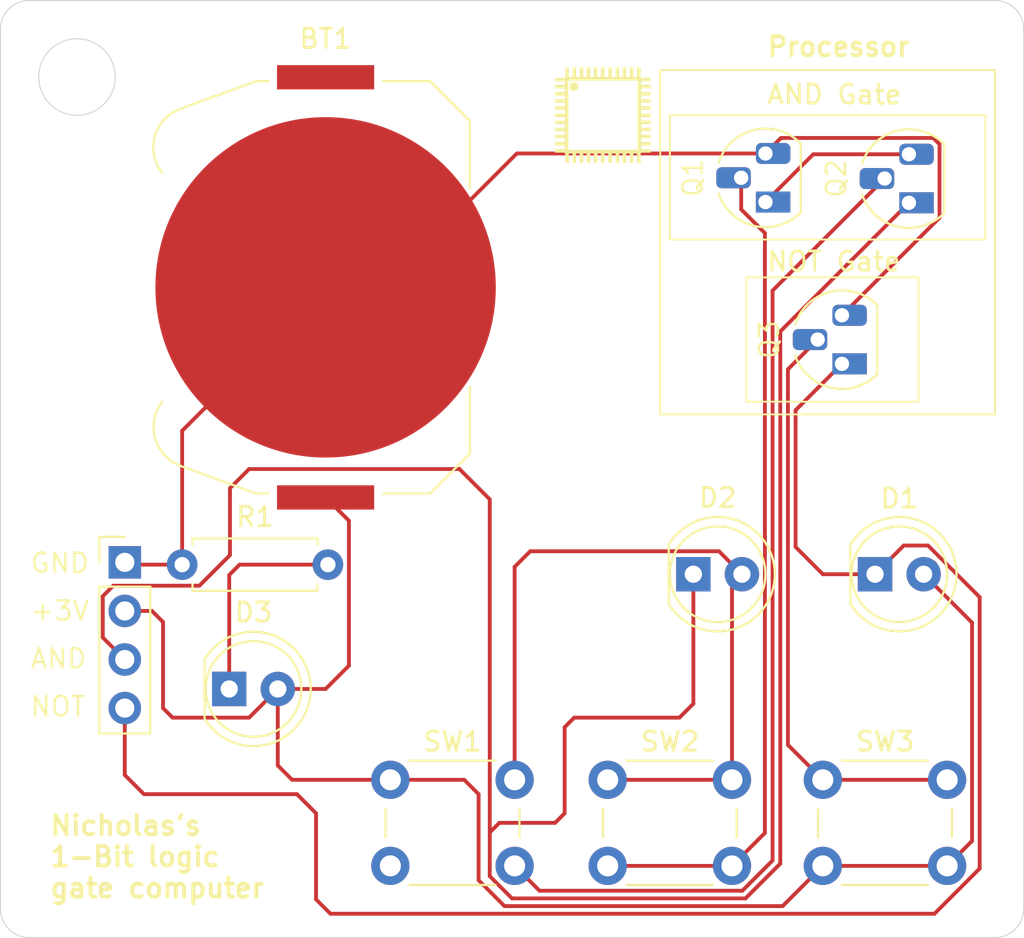
<source format=kicad_pcb>
(kicad_pcb (version 20241229) (generator "pcbnew") (generator_version "9.0")
  (layers (0 "F.Cu" signal) (2 "B.Cu" signal) (13 "F.Paste" user) (15 "B.Paste" user) (5 "F.SilkS" user "F.Silkscreen") (7 "B.SilkS" user "B.Silkscreen") (1 "F.Mask" user) (3 "B.Mask" user) (25 "Edge.Cuts" user))
  (net 0 "")
  (net 1 "Net-(BT1--)")
  (net 2 "Net-(BT1-+)")
  (net 3 "Net-(D1-K)")
  (net 4 "Net-(D2-K)")
  (net 5 "Net-(Q1-B)")
  (net 6 "Net-(Q1-C)")
  (net 7 "Net-(Q2-B)")
  (net 8 "Net-(Q3-B)")
  (net 9 "Net-(D3-K)")
  (footprint "Package_TO_SOT_THT:TO-92L_HandSolder" (layer "F.Cu") (at 152.5 81 90)
    (property "Reference" "Q3" (at 1.27 -3.8 90) (layer "F.SilkS") (effects (font (thickness 0.125))))
    (property "Value" "NPN")
    (fp_line (start -0.53 1.85) (end 3.07 1.85) (stroke (width 0.12)) (layer "F.SilkS"))
    (fp_arc (start 2.05 -2.45) (mid 3.769931 -0.601036) (end 3.078445 1.827684) (stroke (width 0.12)) (layer "F.SilkS"))
    (fp_arc (start -0.541453 1.842156) (mid -1.247298 -0.581475) (end 0.45 -2.45) (stroke (width 0.12)) (layer "F.SilkS"))
    (pad "1" thru_hole rect (at 0 0 90) (size 1.1 1.8) (drill 0.75 (offset 0 0.4)) (layers "*.Cu" "*.Mask") (net 3 "Net-(D1-K)"))
    (pad "2" thru_hole roundrect (at 1.27 -1.27 90) (size 1.1 1.8) (drill 0.75 (offset 0 -0.4)) (layers "*.Cu" "*.Mask") (net 8 "Net-(Q3-B)"))
    (pad "3" thru_hole roundrect (at 2.54 0 90) (size 1.1 1.8) (drill 0.75 (offset 0 0.4)) (layers "*.Cu" "*.Mask") (net 1 "Net-(BT1--)"))
  )
  (footprint "LED_THT:LED_D5.0mm" (layer "F.Cu") (at 120.46 98)
    (property "Reference" "D3" (at 1.27 -4 0) (layer "F.SilkS"))
    (property "Value" "Power")
    (fp_line (start -1.29 -1.545) (end -1.29 1.545) (stroke (width 0.12)) (layer "F.SilkS"))
    (fp_arc (start -1.29 -1.54483) (mid 2.071756 -2.880501) (end 4.26 -0.000048) (stroke (width 0.12)) (layer "F.SilkS"))
    (fp_arc (start 4.26 0.000048) (mid 2.071756 2.880501) (end -1.29 1.54483) (stroke (width 0.12)) (layer "F.SilkS"))
    (fp_circle (center 1.27 0) (end 3.77 0) (stroke (width 0.12)) (fill no) (layer "F.SilkS"))
    (pad "1" thru_hole rect (at 0 0) (size 1.8 1.8) (drill 0.9) (layers "*.Cu" "*.Mask") (net 9 "Net-(D3-K)"))
    (pad "2" thru_hole circle (at 2.54 0) (size 1.8 1.8) (drill 0.9) (layers "*.Cu" "*.Mask") (net 2 "Net-(BT1-+)"))
  )
  (footprint "Battery:BatteryHolder_Keystone_3034_1x20mm" (layer "F.Cu") (at 125.5 77 -90)
    (property "Reference" "BT1" (at -13 0 0) (layer "F.SilkS"))
    (property "Value" "Battery_Cell")
    (fp_line (start -10.78 3.63) (end -9.34 7.58) (stroke (width 0.12)) (layer "F.SilkS"))
    (fp_line (start 10.78 3.63) (end 9.34 7.58) (stroke (width 0.12)) (layer "F.SilkS"))
    (fp_line (start -10.78 3) (end -10.78 3.63) (stroke (width 0.12)) (layer "F.SilkS"))
    (fp_line (start 10.78 3) (end 10.78 3.63) (stroke (width 0.12)) (layer "F.SilkS"))
    (fp_line (start -10.78 -5.46) (end -10.78 -3) (stroke (width 0.12)) (layer "F.SilkS"))
    (fp_line (start 10.78 -5.46) (end 10.78 -3) (stroke (width 0.12)) (layer "F.SilkS"))
    (fp_line (start -8.7 -7.54) (end -10.78 -5.46) (stroke (width 0.12)) (layer "F.SilkS"))
    (fp_line (start -5.2 -7.54) (end -8.7 -7.54) (stroke (width 0.12)) (layer "F.SilkS"))
    (fp_line (start 8.7 -7.54) (end 10.78 -5.46) (stroke (width 0.12)) (layer "F.SilkS"))
    (fp_line (start 8.7 -7.54) (end 5.2 -7.54) (stroke (width 0.12)) (layer "F.SilkS"))
    (fp_arc (start -6.003354 8.56653) (mid -7.921654 8.918738) (end -9.34 7.58) (stroke (width 0.12)) (layer "F.SilkS"))
    (fp_arc (start 9.325243 7.588169) (mid 7.90634 8.911668) (end 6 8.55) (stroke (width 0.12)) (layer "F.SilkS"))
    (pad "1" smd rect (at -10.985 0 270) (size 1.27 5.08) (layers "F.Cu" "F.Mask" "F.Paste") (net 2 "Net-(BT1-+)"))
    (pad "1" smd rect (at 10.985 0 270) (size 1.27 5.08) (layers "F.Cu" "F.Mask" "F.Paste") (net 2 "Net-(BT1-+)"))
    (pad "2" smd circle (at 0 0 270) (size 17.8 17.8) (layers "F.Cu" "F.Mask") (net 1 "Net-(BT1--)"))
  )
  (footprint "LOGO" (layer "F.Cu") (at 140 68)
    (property "Reference" "G***" (hide yes))
    (property "Value" "LOGO" (hide yes))
    (fp_poly (pts (xy -1.487903 -1.725769) (xy -1.450345 -1.716882) (xy -1.449214 -1.716552) (xy -1.384205 -1.688848) (xy -1.33466 -1.648505) (xy -1.300859 -1.595898) (xy -1.28308 -1.5314) (xy -1.28022 -1.489073) (xy -1.287191 -1.42289) (xy -1.309632 -1.367974) (xy -1.349109 -1.321218) (xy -1.375392 -1.300168) (xy -1.403365 -1.281515) (xy -1.427595 -1.270544) (xy -1.455785 -1.264893) (xy -1.495634 -1.262197) (xy -1.499675 -1.262034) (xy -1.548743 -1.261997) (xy -1.583364 -1.266876) (xy -1.604935 -1.275204) (xy -1.664156 -1.314182) (xy -1.705244 -1.358666) (xy -1.729859 -1.411312) (xy -1.739665 -1.474776) (xy -1.74 -1.491039) (xy -1.731067 -1.560356) (xy -1.705205 -1.620042) (xy -1.66382 -1.668337) (xy -1.608319 -1.703477) (xy -1.556945 -1.72044) (xy -1.519468 -1.726812)) (fill yes) (layer "F.SilkS"))
    (fp_poly (pts (xy -1.78 -2.25) (xy -1.78 -2) (xy -1.685 -2) (xy -1.59 -2) (xy -1.59 -2.25) (xy -1.59 -2.5) (xy -1.495 -2.5) (xy -1.4 -2.5) (xy -1.4 -2.25) (xy -1.4 -2) (xy -1.31 -2) (xy -1.22 -2) (xy -1.22 -2.25) (xy -1.22 -2.5) (xy -1.125 -2.5) (xy -1.03 -2.5) (xy -1.03 -2.25) (xy -1.03 -2) (xy -0.94 -2) (xy -0.85 -2) (xy -0.85 -2.25) (xy -0.85 -2.5) (xy -0.755 -2.5) (xy -0.66 -2.5) (xy -0.66 -2.25) (xy -0.66 -2) (xy -0.565 -2) (xy -0.47 -2) (xy -0.47 -2.25) (xy -0.47 -2.5) (xy -0.375 -2.5) (xy -0.28 -2.5) (xy -0.28 -2.25) (xy -0.28 -2) (xy -0.19 -2) (xy -0.1 -2) (xy -0.1 -2.25) (xy -0.1 -2.5) (xy -0.005 -2.5) (xy 0.09 -2.5) (xy 0.09 -2.25) (xy 0.09 -2) (xy 0.185 -2) (xy 0.28 -2) (xy 0.28 -2.25) (xy 0.28 -2.5) (xy 0.375 -2.5) (xy 0.47 -2.5) (xy 0.47 -2.25) (xy 0.47 -2) (xy 0.565 -2) (xy 0.66 -2) (xy 0.66 -2.25) (xy 0.66 -2.5) (xy 0.755 -2.5) (xy 0.85 -2.5) (xy 0.85 -2.25) (xy 0.85 -2) (xy 0.94 -2) (xy 1.03 -2) (xy 1.03 -2.25) (xy 1.03 -2.5) (xy 1.125 -2.5) (xy 1.22 -2.5) (xy 1.22 -2.25) (xy 1.22 -2) (xy 1.31 -2) (xy 1.4 -2) (xy 1.4 -2.25) (xy 1.4 -2.5) (xy 1.495 -2.5) (xy 1.59 -2.5) (xy 1.59 -2.25) (xy 1.59 -2) (xy 1.685 -2) (xy 1.78 -2) (xy 1.78 -2.25) (xy 1.78 -2.5) (xy 1.875 -2.5) (xy 1.97 -2.5) (xy 1.97 -2.250115) (xy 1.970126 -2.171922) (xy 1.97061 -2.111261) (xy 1.971609 -2.065664) (xy 1.973281 -2.032663) (xy 1.975783 -2.009792) (xy 1.979272 -1.994582) (xy 1.983905 -1.984566) (xy 1.987222 -1.980115) (xy 1.993483 -1.973877) (xy 2.001901 -1.969081) (xy 2.01496 -1.965537) (xy 2.035144 -1.963056) (xy 2.064938 -1.961451) (xy 2.106826 -1.960533) (xy 2.163293 -1.960113) (xy 2.236824 -1.960002) (xy 2.252222 -1.96) (xy 2.5 -1.96) (xy 2.5 -1.865) (xy 2.5 -1.77) (xy 2.25 -1.77) (xy 2 -1.77) (xy 2 -1.68) (xy 2 -1.59) (xy 2.25 -1.59) (xy 2.5 -1.59) (xy 2.5 -1.495) (xy 2.5 -1.4) (xy 2.25 -1.4) (xy 2 -1.4) (xy 2 -1.305) (xy 2 -1.21) (xy 2.25 -1.21) (xy 2.5 -1.21) (xy 2.5 -1.115) (xy 2.5 -1.02) (xy 2.25 -1.02) (xy 2 -1.02) (xy 2 -0.93) (xy 2 -0.84) (xy 2.25 -0.84) (xy 2.5 -0.84) (xy 2.5 -0.745) (xy 2.5 -0.65) (xy 2.25 -0.65) (xy 2 -0.65) (xy 2 -0.56) (xy 2 -0.47) (xy 2.25 -0.47) (xy 2.5 -0.47) (xy 2.5 -0.375) (xy 2.5 -0.28) (xy 2.25 -0.28) (xy 2 -0.28) (xy 2 -0.185) (xy 2 -0.09) (xy 2.25 -0.09) (xy 2.5 -0.09) (xy 2.5 0.005) (xy 2.5 0.1) (xy 2.25 0.1) (xy 2 0.1) (xy 2 0.19) (xy 2 0.28) (xy 2.25 0.28) (xy 2.5 0.28) (xy 2.5 0.375) (xy 2.5 0.47) (xy 2.25 0.47) (xy 2 0.47) (xy 2 0.56) (xy 2 0.65) (xy 2.25 0.65) (xy 2.5 0.65) (xy 2.5 0.745) (xy 2.5 0.84) (xy 2.25 0.84) (xy 2 0.84) (xy 2 0.93) (xy 2 1.02) (xy 2.25 1.02) (xy 2.5 1.02) (xy 2.5 1.115) (xy 2.5 1.21) (xy 2.25 1.21) (xy 2 1.21) (xy 2 1.305) (xy 2 1.4) (xy 2.25 1.4) (xy 2.5 1.4) (xy 2.5 1.495) (xy 2.5 1.59) (xy 2.25 1.59) (xy 2 1.59) (xy 2 1.68) (xy 2 1.77) (xy 2.25 1.77) (xy 2.5 1.77) (xy 2.5 1.865) (xy 2.5 1.96) (xy 2.252222 1.96) (xy 2.175321 1.960074) (xy 2.115936 1.960424) (xy 2.071582 1.961238) (xy 2.039774 1.962704) (xy 2.018027 1.965011) (xy 2.003858 1.968348) (xy 1.994781 1.972902) (xy 1.988312 1.978864) (xy 1.987222 1.980114) (xy 1.981843 1.98823) (xy 1.977701 2.000092) (xy 1.974639 2.018166) (xy 1.972499 2.044921) (xy 1.971124 2.082825) (xy 1.970357 2.134343) (xy 1.970039 2.201945) (xy 1.97 2.250114) (xy 1.97 2.5) (xy 1.875 2.5) (xy 1.78 2.5) (xy 1.78 2.25) (xy 1.78 2) (xy 1.685 2) (xy 1.59 2) (xy 1.59 2.25) (xy 1.59 2.5) (xy 1.495 2.5) (xy 1.4 2.5) (xy 1.4 2.25) (xy 1.4 2) (xy 1.31 2) (xy 1.22 2) (xy 1.22 2.25) (xy 1.22 2.5) (xy 1.125 2.5) (xy 1.03 2.5) (xy 1.03 2.25) (xy 1.03 2) (xy 0.94 2) (xy 0.85 2) (xy 0.85 2.25) (xy 0.85 2.5) (xy 0.755 2.5) (xy 0.66 2.5) (xy 0.66 2.25) (xy 0.66 2) (xy 0.565 2) (xy 0.47 2) (xy 0.47 2.25) (xy 0.47 2.5) (xy 0.375 2.5) (xy 0.28 2.5) (xy 0.28 2.25) (xy 0.28 2) (xy 0.185 2) (xy 0.09 2) (xy 0.09 2.25) (xy 0.09 2.5) (xy -0.005 2.5) (xy -0.1 2.5) (xy -0.1 2.25) (xy -0.1 2) (xy -0.19 2) (xy -0.28 2) (xy -0.28 2.25) (xy -0.28 2.5) (xy -0.375 2.5) (xy -0.47 2.5) (xy -0.47 2.25) (xy -0.47 2) (xy -0.565 2) (xy -0.66 2) (xy -0.66 2.25) (xy -0.66 2.5) (xy -0.755 2.5) (xy -0.85 2.5) (xy -0.85 2.25) (xy -0.85 2) (xy -0.94 2) (xy -1.03 2) (xy -1.03 2.25) (xy -1.03 2.5) (xy -1.125 2.5) (xy -1.22 2.5) (xy -1.22 2.25) (xy -1.22 2) (xy -1.31 2) (xy -1.4 2) (xy -1.4 2.25) (xy -1.4 2.5) (xy -1.495 2.5) (xy -1.59 2.5) (xy -1.59 2.25) (xy -1.59 2) (xy -1.685 2) (xy -1.78 2) (xy -1.78 2.25) (xy -1.78 2.5) (xy -1.875 2.5) (xy -1.97 2.5) (xy -1.97 2.250114) (xy -1.970127 2.171921) (xy -1.970611 2.11126) (xy -1.97161 2.065663) (xy -1.973282 2.032662) (xy -1.975784 2.009791) (xy -1.979273 1.994581) (xy -1.983906 1.984565) (xy -1.987223 1.980114) (xy -1.993484 1.973876) (xy -2.001902 1.96908) (xy -2.014961 1.965536) (xy -2.035145 1.963055) (xy -2.064939 1.96145) (xy -2.106827 1.960532) (xy -2.163294 1.960112) (xy -2.236825 1.960001) (xy -2.252223 1.96) (xy -2.5 1.96) (xy -2.5 1.865) (xy -2.5 1.77) (xy -2.25 1.77) (xy -2 1.77) (xy -2 1.68) (xy -2 1.59) (xy -2.25 1.59) (xy -2.5 1.59) (xy -2.5 1.495) (xy -2.5 1.4) (xy -2.25 1.4) (xy -2 1.4) (xy -2 1.305) (xy -2 1.21) (xy -2.25 1.21) (xy -2.5 1.21) (xy -2.5 1.115) (xy -2.5 1.02) (xy -2.25 1.02) (xy -2 1.02) (xy -2 0.93) (xy -2 0.84) (xy -2.25 0.84) (xy -2.5 0.84) (xy -2.5 0.745) (xy -2.5 0.65) (xy -2.25 0.65) (xy -2 0.65) (xy -2 0.56) (xy -2 0.47) (xy -2.25 0.47) (xy -2.5 0.47) (xy -2.5 0.375) (xy -2.5 0.28) (xy -2.25 0.28) (xy -2 0.28) (xy -2 0.19) (xy -2 0.1) (xy -2.25 0.1) (xy -2.5 0.1) (xy -2.5 0.005) (xy -2.5 0) (xy -1.81 0) (xy -1.81 1.81) (xy 0 1.81) (xy 1.81 1.81) (xy 1.81 0) (xy 1.81 -1.81) (xy 0 -1.81) (xy -1.81 -1.81) (xy -1.81 0) (xy -2.5 0) (xy -2.5 -0.09) (xy -2.25 -0.09) (xy -2 -0.09) (xy -2 -0.185) (xy -2 -0.28) (xy -2.25 -0.28) (xy -2.5 -0.28) (xy -2.5 -0.375) (xy -2.5 -0.47) (xy -2.25 -0.47) (xy -2 -0.47) (xy -2 -0.56) (xy -2 -0.65) (xy -2.25 -0.65) (xy -2.5 -0.65) (xy -2.5 -0.745) (xy -2.5 -0.84) (xy -2.25 -0.84) (xy -2 -0.84) (xy -2 -0.93) (xy -2 -1.02) (xy -2.25 -1.02) (xy -2.5 -1.02) (xy -2.5 -1.115) (xy -2.5 -1.21) (xy -2.25 -1.21) (xy -2 -1.21) (xy -2 -1.305) (xy -2 -1.4) (xy -2.25 -1.4) (xy -2.5 -1.4) (xy -2.5 -1.495) (xy -2.5 -1.59) (xy -2.25 -1.59) (xy -2 -1.59) (xy -2 -1.68) (xy -2 -1.77) (xy -2.25 -1.77) (xy -2.5 -1.77) (xy -2.5 -1.865) (xy -2.5 -1.96) (xy -2.252223 -1.96) (xy -2.175322 -1.960075) (xy -2.115937 -1.960425) (xy -2.071583 -1.961239) (xy -2.039775 -1.962705) (xy -2.018028 -1.965012) (xy -2.003859 -1.968349) (xy -1.994782 -1.972903) (xy -1.988313 -1.978865) (xy -1.987223 -1.980115) (xy -1.981844 -1.988231) (xy -1.977702 -2.000093) (xy -1.97464 -2.018167) (xy -1.9725 -2.044922) (xy -1.971125 -2.082826) (xy -1.970358 -2.134344) (xy -1.97004 -2.201946) (xy -1.970001 -2.250115) (xy -1.97 -2.5) (xy -1.875 -2.5) (xy -1.78 -2.5)) (fill yes) (layer "F.SilkS"))
  )
  (footprint "Button_Switch_THT:SW_PUSH_6mm" (layer "F.Cu") (at 128.885 102.75)
    (property "Reference" "SW1" (at 3.25 -2 0) (layer "F.SilkS"))
    (property "Value" "AND Input (A)" (hide yes))
    (fp_line (start -0.25 1.5) (end -0.25 3) (stroke (width 0.12)) (layer "F.SilkS"))
    (fp_line (start 1 5.5) (end 5.5 5.5) (stroke (width 0.12)) (layer "F.SilkS"))
    (fp_line (start 5.5 -1) (end 1 -1) (stroke (width 0.12)) (layer "F.SilkS"))
    (fp_line (start 6.75 3) (end 6.75 1.5) (stroke (width 0.12)) (layer "F.SilkS"))
    (pad "1" thru_hole circle (at 0 0 90) (size 2 2) (drill 1.1) (layers "*.Cu" "*.Mask") (net 2 "Net-(BT1-+)"))
    (pad "1" thru_hole circle (at 6.5 0 90) (size 2 2) (drill 1.1) (layers "*.Cu" "*.Mask") (net 2 "Net-(BT1-+)"))
    (pad "2" thru_hole circle (at 0 4.5 90) (size 2 2) (drill 1.1) (layers "*.Cu" "*.Mask") (net 7 "Net-(Q2-B)"))
    (pad "2" thru_hole circle (at 6.5 4.5 90) (size 2 2) (drill 1.1) (layers "*.Cu" "*.Mask") (net 7 "Net-(Q2-B)"))
  )
  (footprint "Package_TO_SOT_THT:TO-92L_HandSolder" (layer "F.Cu") (at 148.5 72.54 90)
    (property "Reference" "Q1" (at 1.27 -3.8 90) (layer "F.SilkS") (effects (font (thickness 0.125))))
    (property "Value" "NPN")
    (fp_line (start -0.53 1.85) (end 3.07 1.85) (stroke (width 0.12)) (layer "F.SilkS"))
    (fp_arc (start 2.05 -2.45) (mid 3.769931 -0.601036) (end 3.078445 1.827684) (stroke (width 0.12)) (layer "F.SilkS"))
    (fp_arc (start -0.541453 1.842156) (mid -1.247298 -0.581475) (end 0.45 -2.45) (stroke (width 0.12)) (layer "F.SilkS"))
    (pad "1" thru_hole rect (at 0 0 90) (size 1.1 1.8) (drill 0.75 (offset 0 0.4)) (layers "*.Cu" "*.Mask") (net 6 "Net-(Q1-C)"))
    (pad "2" thru_hole roundrect (at 1.27 -1.27 90) (size 1.1 1.8) (drill 0.75 (offset 0 -0.4)) (layers "*.Cu" "*.Mask") (net 5 "Net-(Q1-B)"))
    (pad "3" thru_hole roundrect (at 2.54 0 90) (size 1.1 1.8) (drill 0.75 (offset 0 0.4)) (layers "*.Cu" "*.Mask") (net 1 "Net-(BT1--)"))
  )
  (footprint "Resistor_THT:R_Axial_DIN0207_L6.3mm_D2.5mm_P7.62mm_Horizontal" (layer "F.Cu") (at 125.62 91.5 180)
    (property "Reference" "R1" (at 3.81 2.5 0) (layer "F.SilkS"))
    (property "Value" "R")
    (fp_line (start 7.08 1.37) (end 7.08 1.04) (stroke (width 0.12)) (layer "F.SilkS"))
    (fp_line (start 7.08 -1.37) (end 7.08 -1.04) (stroke (width 0.12)) (layer "F.SilkS"))
    (fp_line (start 0.54 1.37) (end 7.08 1.37) (stroke (width 0.12)) (layer "F.SilkS"))
    (fp_line (start 0.54 1.04) (end 0.54 1.37) (stroke (width 0.12)) (layer "F.SilkS"))
    (fp_line (start 0.54 -1.04) (end 0.54 -1.37) (stroke (width 0.12)) (layer "F.SilkS"))
    (fp_line (start 0.54 -1.37) (end 7.08 -1.37) (stroke (width 0.12)) (layer "F.SilkS"))
    (pad "1" thru_hole circle (at 0 0 180) (size 1.6 1.6) (drill 0.8) (layers "*.Cu" "*.Mask") (net 9 "Net-(D3-K)"))
    (pad "2" thru_hole oval (at 7.62 0 180) (size 1.6 1.6) (drill 0.8) (layers "*.Cu" "*.Mask") (net 1 "Net-(BT1--)"))
  )
  (footprint "Button_Switch_THT:SW_PUSH_6mm" (layer "F.Cu") (at 140.25 102.75)
    (property "Reference" "SW2" (at 3.25 -2 0) (layer "F.SilkS"))
    (property "Value" "AND Input (B)" (hide yes))
    (fp_line (start -0.25 1.5) (end -0.25 3) (stroke (width 0.12)) (layer "F.SilkS"))
    (fp_line (start 1 5.5) (end 5.5 5.5) (stroke (width 0.12)) (layer "F.SilkS"))
    (fp_line (start 5.5 -1) (end 1 -1) (stroke (width 0.12)) (layer "F.SilkS"))
    (fp_line (start 6.75 3) (end 6.75 1.5) (stroke (width 0.12)) (layer "F.SilkS"))
    (pad "1" thru_hole circle (at 0 0 90) (size 2 2) (drill 1.1) (layers "*.Cu" "*.Mask") (net 2 "Net-(BT1-+)"))
    (pad "1" thru_hole circle (at 6.5 0 90) (size 2 2) (drill 1.1) (layers "*.Cu" "*.Mask") (net 2 "Net-(BT1-+)"))
    (pad "2" thru_hole circle (at 0 4.5 90) (size 2 2) (drill 1.1) (layers "*.Cu" "*.Mask") (net 5 "Net-(Q1-B)"))
    (pad "2" thru_hole circle (at 6.5 4.5 90) (size 2 2) (drill 1.1) (layers "*.Cu" "*.Mask") (net 5 "Net-(Q1-B)"))
  )
  (footprint "Button_Switch_THT:SW_PUSH_6mm" (layer "F.Cu") (at 151.5 102.75)
    (property "Reference" "SW3" (at 3.25 -2 0) (layer "F.SilkS"))
    (property "Value" "NOT Input" (hide yes))
    (fp_line (start -0.25 1.5) (end -0.25 3) (stroke (width 0.12)) (layer "F.SilkS"))
    (fp_line (start 1 5.5) (end 5.5 5.5) (stroke (width 0.12)) (layer "F.SilkS"))
    (fp_line (start 5.5 -1) (end 1 -1) (stroke (width 0.12)) (layer "F.SilkS"))
    (fp_line (start 6.75 3) (end 6.75 1.5) (stroke (width 0.12)) (layer "F.SilkS"))
    (pad "1" thru_hole circle (at 0 0 90) (size 2 2) (drill 1.1) (layers "*.Cu" "*.Mask") (net 8 "Net-(Q3-B)"))
    (pad "1" thru_hole circle (at 6.5 0 90) (size 2 2) (drill 1.1) (layers "*.Cu" "*.Mask") (net 8 "Net-(Q3-B)"))
    (pad "2" thru_hole circle (at 0 4.5 90) (size 2 2) (drill 1.1) (layers "*.Cu" "*.Mask") (net 2 "Net-(BT1-+)"))
    (pad "2" thru_hole circle (at 6.5 4.5 90) (size 2 2) (drill 1.1) (layers "*.Cu" "*.Mask") (net 2 "Net-(BT1-+)"))
  )
  (footprint "LED_THT:LED_D5.0mm" (layer "F.Cu") (at 144.73 92)
    (property "Reference" "D2" (at 1.27 -4 0) (layer "F.SilkS"))
    (property "Value" "AND Output")
    (fp_line (start -1.29 -1.545) (end -1.29 1.545) (stroke (width 0.12)) (layer "F.SilkS"))
    (fp_arc (start -1.29 -1.54483) (mid 2.071756 -2.880501) (end 4.26 -0.000048) (stroke (width 0.12)) (layer "F.SilkS"))
    (fp_arc (start 4.26 0.000048) (mid 2.071756 2.880501) (end -1.29 1.54483) (stroke (width 0.12)) (layer "F.SilkS"))
    (fp_circle (center 1.27 0) (end 3.77 0) (stroke (width 0.12)) (fill no) (layer "F.SilkS"))
    (pad "1" thru_hole rect (at 0 0) (size 1.8 1.8) (drill 0.9) (layers "*.Cu" "*.Mask") (net 4 "Net-(D2-K)"))
    (pad "2" thru_hole circle (at 2.54 0) (size 1.8 1.8) (drill 0.9) (layers "*.Cu" "*.Mask") (net 2 "Net-(BT1-+)"))
  )
  (footprint "Package_TO_SOT_THT:TO-92L_HandSolder" (layer "F.Cu") (at 156 72.58 90)
    (property "Reference" "Q2" (at 1.27 -3.8 90) (layer "F.SilkS") (effects (font (thickness 0.125))))
    (property "Value" "NPN")
    (fp_line (start -0.53 1.85) (end 3.07 1.85) (stroke (width 0.12)) (layer "F.SilkS"))
    (fp_arc (start 2.05 -2.45) (mid 3.769931 -0.601036) (end 3.078445 1.827684) (stroke (width 0.12)) (layer "F.SilkS"))
    (fp_arc (start -0.541453 1.842156) (mid -1.247298 -0.581475) (end 0.45 -2.45) (stroke (width 0.12)) (layer "F.SilkS"))
    (pad "1" thru_hole rect (at 0 0 90) (size 1.1 1.8) (drill 0.75 (offset 0 0.4)) (layers "*.Cu" "*.Mask") (net 4 "Net-(D2-K)"))
    (pad "2" thru_hole roundrect (at 1.27 -1.27 90) (size 1.1 1.8) (drill 0.75 (offset 0 -0.4)) (layers "*.Cu" "*.Mask") (net 7 "Net-(Q2-B)"))
    (pad "3" thru_hole roundrect (at 2.54 0 90) (size 1.1 1.8) (drill 0.75 (offset 0 0.4)) (layers "*.Cu" "*.Mask") (net 6 "Net-(Q1-C)"))
  )
  (footprint "Connector_PinHeader_2.54mm:PinHeader_1x04_P2.54mm_Vertical" (layer "F.Cu") (at 115 91.38)
    (property "Reference" "IO Pins" (hide yes))
    (property "Value" "Conn_01x04_Pin")
    (fp_line (start -1.33 -1.33) (end 0 -1.33) (stroke (width 0.12)) (layer "F.SilkS"))
    (fp_line (start -1.33 0) (end -1.33 -1.33) (stroke (width 0.12)) (layer "F.SilkS"))
    (fp_line (start -1.33 1.27) (end -1.33 8.95) (stroke (width 0.12)) (layer "F.SilkS"))
    (fp_line (start -1.33 1.27) (end 1.33 1.27) (stroke (width 0.12)) (layer "F.SilkS"))
    (fp_line (start -1.33 8.95) (end 1.33 8.95) (stroke (width 0.12)) (layer "F.SilkS"))
    (fp_line (start 1.33 1.27) (end 1.33 8.95) (stroke (width 0.12)) (layer "F.SilkS"))
    (pad "1" thru_hole rect (at 0 0) (size 1.7 1.7) (drill 1) (layers "*.Cu" "*.Mask") (net 1 "Net-(BT1--)"))
    (pad "2" thru_hole oval (at 0 2.54) (size 1.7 1.7) (drill 1) (layers "*.Cu" "*.Mask") (net 2 "Net-(BT1-+)"))
    (pad "3" thru_hole oval (at 0 5.08) (size 1.7 1.7) (drill 1) (layers "*.Cu" "*.Mask") (net 4 "Net-(D2-K)"))
    (pad "4" thru_hole oval (at 0 7.62) (size 1.7 1.7) (drill 1) (layers "*.Cu" "*.Mask") (net 3 "Net-(D1-K)"))
  )
  (footprint "LED_THT:LED_D5.0mm" (layer "F.Cu") (at 154.23 92)
    (property "Reference" "D1" (at 1.27 -3.96 0) (layer "F.SilkS"))
    (property "Value" "NOT Output")
    (fp_line (start -1.29 -1.545) (end -1.29 1.545) (stroke (width 0.12)) (layer "F.SilkS"))
    (fp_arc (start -1.29 -1.54483) (mid 2.071756 -2.880501) (end 4.26 -0.000048) (stroke (width 0.12)) (layer "F.SilkS"))
    (fp_arc (start 4.26 0.000048) (mid 2.071756 2.880501) (end -1.29 1.54483) (stroke (width 0.12)) (layer "F.SilkS"))
    (fp_circle (center 1.27 0) (end 3.77 0) (stroke (width 0.12)) (fill no) (layer "F.SilkS"))
    (pad "1" thru_hole rect (at 0 0) (size 1.8 1.8) (drill 0.9) (layers "*.Cu" "*.Mask") (net 3 "Net-(D1-K)"))
    (pad "2" thru_hole circle (at 2.54 0) (size 1.8 1.8) (drill 0.9) (layers "*.Cu" "*.Mask") (net 2 "Net-(BT1-+)"))
  )
  (gr_rect (start 143.5 68) (end 160 74.5) (stroke (width 0.1)) (fill no) (layer "F.SilkS"))
  (gr_rect (start 143 65.641522) (end 160.5 83.641522) (stroke (width 0.1)) (fill no) (layer "F.SilkS"))
  (gr_rect (start 147.5 76.48) (end 156.5 82.98) (stroke (width 0.1)) (fill no) (layer "F.SilkS"))
  (gr_line (start 108.5 109.5) (end 108.5 63.5) (stroke (width 0.05)) (layer "Edge.Cuts"))
  (gr_circle (center 112.5 66) (end 112.5 68) (stroke (width 0.05)) (fill no) (layer "Edge.Cuts"))
  (gr_arc (start 110 111) (mid 108.93934 110.56066) (end 108.5 109.5) (stroke (width 0.05)) (layer "Edge.Cuts"))
  (gr_arc (start 160.5 62) (mid 161.56066 62.43934) (end 162 63.5) (stroke (width 0.05)) (layer "Edge.Cuts"))
  (gr_line (start 162 63.5) (end 162 109.5) (stroke (width 0.05)) (layer "Edge.Cuts"))
  (gr_line (start 110 62) (end 160.5 62) (stroke (width 0.05)) (layer "Edge.Cuts"))
  (gr_arc (start 108.5 63.5) (mid 108.93934 62.43934) (end 110 62) (stroke (width 0.05)) (layer "Edge.Cuts"))
  (gr_arc (start 162 109.5) (mid 161.56066 110.56066) (end 160.5 111) (stroke (width 0.05)) (layer "Edge.Cuts"))
  (gr_line (start 160.5 111) (end 110 111) (stroke (width 0.05)) (layer "Edge.Cuts"))
  (gr_text "NOT Gate" (at 148.5 76.23 0) (layer "F.SilkS") (effects (font (size 1 1)) (justify left bottom)))
  (gr_text "AND Gate" (at 148.5 67.5 0) (layer "F.SilkS") (effects (font (size 1 1)) (justify left bottom)))
  (gr_text "AND" (at 110 97 0) (layer "F.SilkS") (effects (font (size 1 1) (thickness 0.125)) (justify left bottom)))
  (gr_text "Processor" (at 148.5 65 0) (layer "F.SilkS") (effects (font (size 1 1) (thickness 0.2) (bold yes)) (justify left bottom)))
  (gr_text "+3V" (at 110 94.5 0) (layer "F.SilkS") (effects (font (size 1 1) (thickness 0.125)) (justify left bottom)))
  (gr_text "Nicholas's\n1-Bit logic\ngate computer" (at 111 109 0) (layer "F.SilkS") (effects (font (size 1.016 1.016) (thickness 0.2032) (bold yes)) (justify left bottom)))
  (gr_text "NOT" (at 110 99.5 0) (layer "F.SilkS") (effects (font (size 1 1) (thickness 0.125)) (justify left bottom)))
  (gr_text "GND" (at 110 92 0) (layer "F.SilkS") (effects (font (size 1 1) (thickness 0.125)) (justify left bottom)))
  (segment (start 118 84.5) (end 125.5 77) (width 0.2) (layer "F.Cu") (net 1))
  (segment (start 148.5 70) (end 135.5 70) (width 0.2) (layer "F.Cu") (net 1))
  (segment (start 135.5 70) (end 128.5 77) (width 0.2) (layer "F.Cu") (net 1))
  (segment (start 157.271206 69.189) (end 157.601 69.518794) (width 0.2) (layer "F.Cu") (net 1))
  (segment (start 149.311 69.189) (end 157.271206 69.189) (width 0.2) (layer "F.Cu") (net 1))
  (segment (start 157.601 73.359) (end 152.5 78.46) (width 0.2) (layer "F.Cu") (net 1))
  (segment (start 118 91.5) (end 115.12 91.5) (width 0.2) (layer "F.Cu") (net 1))
  (segment (start 115.12 91.5) (end 115 91.38) (width 0.2) (layer "F.Cu") (net 1))
  (segment (start 157.601 69.518794) (end 157.601 73.359) (width 0.2) (layer "F.Cu") (net 1))
  (segment (start 118 91.5) (end 118 84.5) (width 0.2) (layer "F.Cu") (net 1))
  (segment (start 123.5 82) (end 128.5 77) (width 0.2) (layer "F.Cu") (net 1))
  (segment (start 148.5 70) (end 149.311 69.189) (width 0.2) (layer "F.Cu") (net 1))
  (segment (start 125.5 98) (end 126.721 96.779) (width 0.2) (layer "F.Cu") (net 2))
  (segment (start 151.5 107.25) (end 149.397 109.353) (width 0.2) (layer "F.Cu") (net 2))
  (segment (start 146.75 92.52) (end 147.27 92) (width 0.2) (layer "F.Cu") (net 2))
  (segment (start 128.885 103.156992) (end 128.885 102.75) (width 0.2) (layer "F.Cu") (net 2))
  (segment (start 159.301 94.531) (end 156.77 92) (width 0.2) (layer "F.Cu") (net 2))
  (segment (start 133.5 103.5) (end 132.75 102.75) (width 0.2) (layer "F.Cu") (net 2))
  (segment (start 132.75 102.75) (end 128.885 102.75) (width 0.2) (layer "F.Cu") (net 2))
  (segment (start 123 98) (end 125.5 98) (width 0.2) (layer "F.Cu") (net 2))
  (segment (start 123.75 102.75) (end 123 102) (width 0.2) (layer "F.Cu") (net 2))
  (segment (start 117.5 99.5) (end 121.5 99.5) (width 0.2) (layer "F.Cu") (net 2))
  (segment (start 133.5 108) (end 133.5 103.5) (width 0.2) (layer "F.Cu") (net 2))
  (segment (start 135.385 91.615) (end 136.201 90.799) (width 0.2) (layer "F.Cu") (net 2))
  (segment (start 117 99) (end 117.5 99.5) (width 0.2) (layer "F.Cu") (net 2))
  (segment (start 115 93.92) (end 116.42 93.92) (width 0.2) (layer "F.Cu") (net 2))
  (segment (start 123 102) (end 123 98) (width 0.2) (layer "F.Cu") (net 2))
  (segment (start 126.721 96.779) (end 126.721 89.206) (width 0.2) (layer "F.Cu") (net 2))
  (segment (start 128.885 102.75) (end 123.75 102.75) (width 0.2) (layer "F.Cu") (net 2))
  (segment (start 146.75 102.75) (end 146.75 92.52) (width 0.2) (layer "F.Cu") (net 2))
  (segment (start 140.25 102.75) (end 146.75 102.75) (width 0.2) (layer "F.Cu") (net 2))
  (segment (start 146.069 90.799) (end 147.27 92) (width 0.2) (layer "F.Cu") (net 2))
  (segment (start 158 107.25) (end 151.5 107.25) (width 0.2) (layer "F.Cu") (net 2))
  (segment (start 136.201 90.799) (end 146.069 90.799) (width 0.2) (layer "F.Cu") (net 2))
  (segment (start 135.385 102.75) (end 135.385 91.615) (width 0.2) (layer "F.Cu") (net 2))
  (segment (start 129.5 102.135) (end 128.885 102.75) (width 0.2) (layer "F.Cu") (net 2))
  (segment (start 134.853 109.353) (end 133.5 108) (width 0.2) (layer "F.Cu") (net 2))
  (segment (start 159.301 105.949) (end 159.301 94.531) (width 0.2) (layer "F.Cu") (net 2))
  (segment (start 149.397 109.353) (end 134.853 109.353) (width 0.2) (layer "F.Cu") (net 2))
  (segment (start 156.77 92) (end 157.352 91.418) (width 0.2) (layer "F.Cu") (net 2))
  (segment (start 121.5 99.5) (end 123 98) (width 0.2) (layer "F.Cu") (net 2))
  (segment (start 116.42 93.92) (end 117 94.5) (width 0.2) (layer "F.Cu") (net 2))
  (segment (start 158 107.25) (end 159.301 105.949) (width 0.2) (layer "F.Cu") (net 2))
  (segment (start 126.721 89.206) (end 125.5 87.985) (width 0.2) (layer "F.Cu") (net 2))
  (segment (start 117 94.5) (end 117 99) (width 0.2) (layer "F.Cu") (net 2))
  (segment (start 115 102.5) (end 115 99) (width 0.2) (layer "F.Cu") (net 3))
  (segment (start 157.0011 90.5) (end 155.73 90.5) (width 0.2) (layer "F.Cu") (net 3))
  (segment (start 150.075 83.425) (end 150.075 90.575) (width 0.2) (layer "F.Cu") (net 3))
  (segment (start 125 104.5) (end 124 103.5) (width 0.2) (layer "F.Cu") (net 3))
  (segment (start 124 103.5) (end 116 103.5) (width 0.2) (layer "F.Cu") (net 3))
  (segment (start 152.5 81) (end 150.075 83.425) (width 0.2) (layer "F.Cu") (net 3))
  (segment (start 125 109) (end 125 104.5) (width 0.2) (layer "F.Cu") (net 3))
  (segment (start 159.702 107.387892) (end 159.702 93.2009) (width 0.2) (layer "F.Cu") (net 3))
  (segment (start 159.702 93.2009) (end 157.0011 90.5) (width 0.2) (layer "F.Cu") (net 3))
  (segment (start 125.754 109.754) (end 125 109) (width 0.2) (layer "F.Cu") (net 3))
  (segment (start 125.754 109.754) (end 157.335892 109.754) (width 0.2) (layer "F.Cu") (net 3))
  (segment (start 157.335892 109.754) (end 159.702 107.387892) (width 0.2) (layer "F.Cu") (net 3))
  (segment (start 116 103.5) (end 115 102.5) (width 0.2) (layer "F.Cu") (net 3))
  (segment (start 155.73 90.5) (end 154.23 92) (width 0.2) (layer "F.Cu") (net 3))
  (segment (start 151.5 92) (end 154.23 92) (width 0.2) (layer "F.Cu") (net 3))
  (segment (start 150.075 90.575) (end 151.5 92) (width 0.2) (layer "F.Cu") (net 3))
  (segment (start 114.399 92.601) (end 118.899 92.601) (width 0.2) (layer "F.Cu") (net 4))
  (segment (start 149.273 107.133992) (end 147.454992 108.952) (width 0.2) (layer "F.Cu") (net 4))
  (segment (start 118.899 92.601) (end 120.5 91) (width 0.2) (layer "F.Cu") (net 4))
  (segment (start 120.5 87.5) (end 121.5 86.5) (width 0.2) (layer "F.Cu") (net 4))
  (segment (start 137.5 105) (end 134.584 105) (width 0.2) (layer "F.Cu") (net 4))
  (segment (start 121.5 86.5) (end 132.5 86.5) (width 0.2) (layer "F.Cu") (net 4))
  (segment (start 144.73 92) (end 144.73 98.77) (width 0.2) (layer "F.Cu") (net 4))
  (segment (start 138 104.5) (end 137.5 105) (width 0.2) (layer "F.Cu") (net 4))
  (segment (start 156 72.58) (end 149.273 79.307) (width 0.2) (layer "F.Cu") (net 4))
  (segment (start 149.273 79.307) (end 149.273 107.133992) (width 0.2) (layer "F.Cu") (net 4))
  (segment (start 115 96.46) (end 113.849 95.309) (width 0.2) (layer "F.Cu") (net 4))
  (segment (start 120.5 91) (end 120.5 87.5) (width 0.2) (layer "F.Cu") (net 4))
  (segment (start 138.5 99.5) (end 138 100) (width 0.2) (layer "F.Cu") (net 4))
  (segment (start 113.849 95.309) (end 113.849 93.151) (width 0.2) (layer "F.Cu") (net 4))
  (segment (start 132.5 86.5) (end 134.084 88.084) (width 0.2) (layer "F.Cu") (net 4))
  (segment (start 144 99.5) (end 138.5 99.5) (width 0.2) (layer "F.Cu") (net 4))
  (segment (start 138 100) (end 138 104.5) (width 0.2) (layer "F.Cu") (net 4))
  (segment (start 135.247108 108.952) (end 134.084 107.788892) (width 0.2) (layer "F.Cu") (net 4))
  (segment (start 144.73 98.77) (end 144 99.5) (width 0.2) (layer "F.Cu") (net 4))
  (segment (start 134.084 105.890892) (end 134.084 105.5) (width 0.2) (layer "F.Cu") (net 4))
  (segment (start 147.454992 108.952) (end 135.247108 108.952) (width 0.2) (layer "F.Cu") (net 4))
  (segment (start 134.584 105) (end 134.084 105.5) (width 0.2) (layer "F.Cu") (net 4))
  (segment (start 134.084 88.084) (end 134.084 105.5) (width 0.2) (layer "F.Cu") (net 4))
  (segment (start 113.849 93.151) (end 114.399 92.601) (width 0.2) (layer "F.Cu") (net 4))
  (segment (start 134.084 107.788892) (end 134.084 105.890892) (width 0.2) (layer "F.Cu") (net 4))
  (segment (start 148.471 74.163) (end 148.471 105.529) (width 0.2) (layer "F.Cu") (net 5))
  (segment (start 140.25 107.25) (end 146.75 107.25) (width 0.2) (layer "F.Cu") (net 5))
  (segment (start 148.471 105.529) (end 146.75 107.25) (width 0.2) (layer "F.Cu") (net 5))
  (segment (start 147.23 72.922) (end 148.471 74.163) (width 0.2) (layer "F.Cu") (net 5))
  (segment (start 147.23 71.27) (end 147.23 72.922) (width 0.2) (layer "F.Cu") (net 5))
  (segment (start 148.5 72.54) (end 151 70.04) (width 0.2) (layer "F.Cu") (net 6))
  (segment (start 151 70.04) (end 156 70.04) (width 0.2) (layer "F.Cu") (net 6))
  (segment (start 147.288892 108.551) (end 136.686 108.551) (width 0.2) (layer "F.Cu") (net 7))
  (segment (start 154.73 71.31) (end 148.872 77.168) (width 0.2) (layer "F.Cu") (net 7))
  (segment (start 148.872 106.967892) (end 147.288892 108.551) (width 0.2) (layer "F.Cu") (net 7))
  (segment (start 148.872 77.168) (end 148.872 106.967892) (width 0.2) (layer "F.Cu") (net 7))
  (segment (start 136.686 108.551) (end 135.385 107.25) (width 0.2) (layer "F.Cu") (net 7))
  (segment (start 149.674 100.924) (end 151.5 102.75) (width 0.2) (layer "F.Cu") (net 8))
  (segment (start 151.5 80) (end 151.23 79.73) (width 0.2) (layer "F.Cu") (net 8))
  (segment (start 149.674 81.286) (end 149.674 100.924) (width 0.2) (layer "F.Cu") (net 8))
  (segment (start 158 102.75) (end 151.5 102.75) (width 0.2) (layer "F.Cu") (net 8))
  (segment (start 151.23 79.73) (end 149.674 81.286) (width 0.2) (layer "F.Cu") (net 8))
  (segment (start 125.62 91.5) (end 121 91.5) (width 0.2) (layer "F.Cu") (net 9))
  (segment (start 121 91.5) (end 120.46 92.04) (width 0.2) (layer "F.Cu") (net 9))
  (segment (start 120.46 92.04) (end 120.46 98) (width 0.2) (layer "F.Cu") (net 9))
)
</source>
